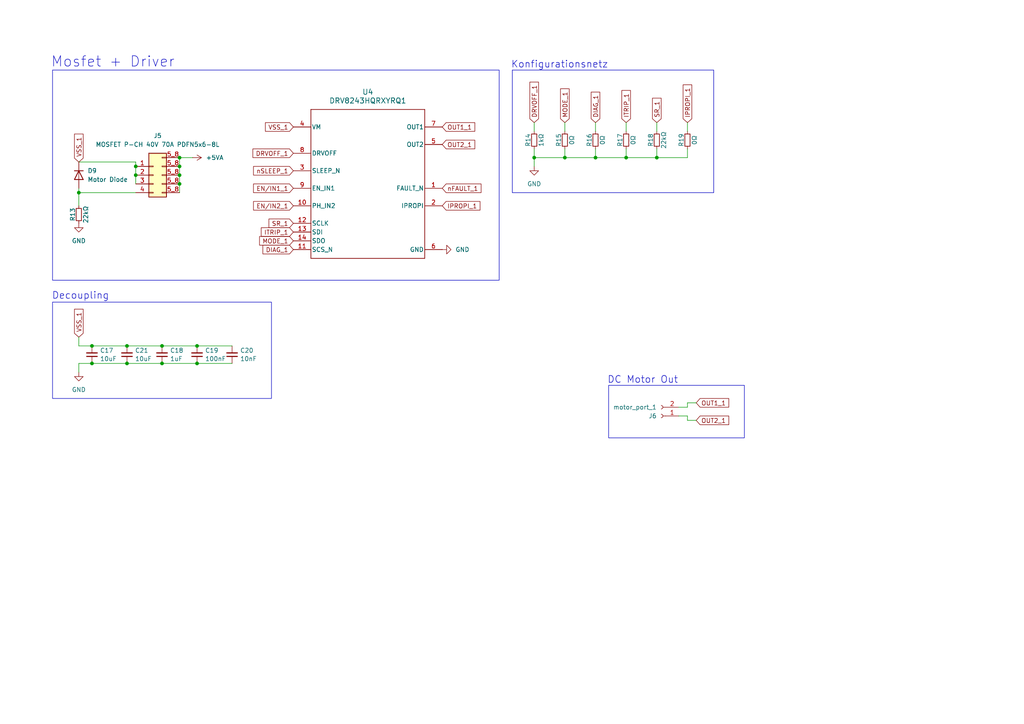
<source format=kicad_sch>
(kicad_sch (version 20250114) (generator "eeschema") (generator_version "9.0")
  (paper "A4")
  (lib_symbols
    (symbol "Connector:Conn_01x02_Socket" (pin_names (offset 1.016) (hide yes))
      (property "Reference" "J" (at 0 2.54 0))
      (property "Value" "Conn_01x02_Socket" (at 0 -5.08 0))
      (symbol "Conn_01x02_Socket_1_1"
        (polyline (pts (xy -1.27 0) (xy -0.508 0)) (stroke (width 0.1524)))
        (polyline (pts (xy -1.27 -2.54) (xy -0.508 -2.54)) (stroke (width 0.1524)))
        (arc (start 0 -0.508) (mid -0.5058 0) (end 0 0.508) (stroke (width 0.1524)))
        (arc (start 0 -3.048) (mid -0.5058 -2.54) (end 0 -2.032) (stroke (width 0.1524)))
        (pin passive line (at -5.08 0 0) (length 3.81) (name "Pin_1") (number "1"))
        (pin passive line (at -5.08 -2.54 0) (length 3.81) (name "Pin_2") (number "2"))
      )
    )
    (symbol "Connector_Generic:Conn_2Rows-09Pins" (pin_names (offset 1.016) (hide yes))
      (property "Reference" "J5" (at 1.27 -11.43 0))
      (property "Value" "MOSFET P-CH 40V 70A PDFN5x6-8L" (at 1.27 -8.89 0))
      (symbol "Conn_2Rows-09Pins_1_1"
        (rectangle (start -1.27 6.35) (end 3.81 -6.35) (stroke (width 0.254)) (fill (type background)))
        (rectangle (start -1.27 5.207) (end 0 4.953) (stroke (width 0.1524)))
        (rectangle (start -1.27 2.667) (end 0 2.413) (stroke (width 0.1524)))
        (rectangle (start -1.27 0.127) (end 0 -0.127) (stroke (width 0.1524)))
        (rectangle (start -1.27 -2.413) (end 0 -2.667) (stroke (width 0.1524)))
        (rectangle (start -1.27 -4.953) (end 0 -5.207) (stroke (width 0.1524)))
        (rectangle (start 3.81 5.207) (end 2.54 4.953) (stroke (width 0.1524)))
        (rectangle (start 3.81 2.667) (end 2.54 2.413) (stroke (width 0.1524)))
        (rectangle (start 3.81 0.127) (end 2.54 -0.127) (stroke (width 0.1524)))
        (rectangle (start 3.81 -2.413) (end 2.54 -2.667) (stroke (width 0.1524)))
        (pin passive line (at -5.08 5.08 0) (length 3.81) (name "Pin_5") (number "5_8"))
        (pin passive line (at -5.08 2.54 0) (length 3.81) (name "Pin_6") (number "5_8"))
        (pin passive line (at -5.08 0 0) (length 3.81) (name "Pin_7") (number "5_8"))
        (pin passive line (at -5.08 -2.54 0) (length 3.81) (name "Pin_8") (number "5_8"))
        (pin passive line (at -5.08 -5.08 0) (length 3.81) (name "Pin_9") (number "5_8"))
        (pin passive line (at 7.62 5.08 180) (length 3.81) (name "Pin_4") (number "4"))
        (pin passive line (at 7.62 2.54 180) (length 3.81) (name "Pin_3") (number "3"))
        (pin passive line (at 7.62 0 180) (length 3.81) (name "Pin_2") (number "2"))
        (pin passive line (at 7.62 -2.54 180) (length 3.81) (name "Pin_1") (number "1"))
      )
    )
    (symbol "DRV8243HQRXYRQ1:DRV8243HQRXYRQ1" (pin_names (offset 0.254))
      (property "Reference" "U" (at 0 2.54 0))
      (property "Value" "DRV8243HQRXYRQ1" (at 0 0 0))
      (symbol "DRV8243HQRXYRQ1_0_1"
        (polyline (pts (xy 5.08 5.08) (xy 5.08 -38.1)) (stroke (width 0.2032)))
        (polyline (pts (xy 5.08 -38.1) (xy 38.1 -38.1)) (stroke (width 0.2032)))
        (polyline (pts (xy 38.1 5.08) (xy 5.08 5.08)) (stroke (width 0.2032)))
        (polyline (pts (xy 38.1 -38.1) (xy 38.1 5.08)) (stroke (width 0.2032)))
        (pin power_in line (at 0 0 0) (length 5.08) (name "VM") (number "4"))
        (pin input line (at 0 -7.62 0) (length 5.08) (name "DRVOFF") (number "8"))
        (pin input line (at 0 -12.7 0) (length 5.08) (name "SLEEP_N") (number "3"))
        (pin input line (at 0 -17.78 0) (length 5.08) (name "EN_IN1") (number "9"))
        (pin input line (at 0 -22.86 0) (length 5.08) (name "PH_IN2") (number "10"))
        (pin input line (at 0 -27.94 0) (length 5.08) (name "SCLK") (number "12"))
        (pin input line (at 0 -30.48 0) (length 5.08) (name "SDI") (number "13"))
        (pin output line (at 0 -33.02 0) (length 5.08) (name "SDO") (number "14"))
        (pin input line (at 0 -35.56 0) (length 5.08) (name "SCS_N") (number "11"))
        (pin unspecified line (at 43.18 0 180) (length 5.08) (name "OUT1") (number "7"))
        (pin unspecified line (at 43.18 -5.08 180) (length 5.08) (name "OUT2") (number "5"))
        (pin open_collector line (at 43.18 -17.78 180) (length 5.08) (name "FAULT_N") (number "1"))
        (pin bidirectional line (at 43.18 -22.86 180) (length 5.08) (name "IPROPI") (number "2"))
        (pin power_in line (at 43.18 -35.56 180) (length 5.08) (name "GND") (number "6"))
      )
    )
    (symbol "Device:C_Small" (pin_numbers (hide yes)) (pin_names (offset 0.254) (hide yes))
      (property "Reference" "C" (at 0.254 1.778 0))
      (property "Value" "C_Small" (at 0.254 -2.032 0))
      (symbol "C_Small_0_1"
        (polyline (pts (xy -1.524 0.508) (xy 1.524 0.508)) (stroke (width 0.3048)))
        (polyline (pts (xy -1.524 -0.508) (xy 1.524 -0.508)) (stroke (width 0.3302)))
      )
      (symbol "C_Small_1_1"
        (pin passive line (at 0 2.54 270) (length 2.032) (name "~") (number "1"))
        (pin passive line (at 0 -2.54 90) (length 2.032) (name "~") (number "2"))
      )
    )
    (symbol "Device:R_Small" (pin_numbers (hide yes)) (pin_names (offset 0.254) (hide yes))
      (property "Reference" "R" (at 0.762 0.508 0))
      (property "Value" "R_Small" (at 0.762 -1.016 0))
      (symbol "R_Small_0_1"
        (rectangle (start -0.762 1.778) (end 0.762 -1.778) (stroke (width 0.2032)))
      )
      (symbol "R_Small_1_1"
        (pin passive line (at 0 2.54 270) (length 0.762) (name "~") (number "1"))
        (pin passive line (at 0 -2.54 90) (length 0.762) (name "~") (number "2"))
      )
    )
    (symbol "ScottoKeebs:Placeholder_Diode" (pin_numbers (hide yes)) (pin_names (hide yes))
      (property "Reference" "D" (at 0 2.54 0))
      (property "Value" "Diode" (at 0 -2.54 0))
      (symbol "Placeholder_Diode_0_1"
        (polyline (pts (xy -1.27 1.27) (xy -1.27 -1.27)) (stroke (width 0.254)))
        (polyline (pts (xy 1.27 1.27) (xy 1.27 -1.27) (xy -1.27 0) (xy 1.27 1.27)) (stroke (width 0.254)))
        (polyline (pts (xy 1.27 0) (xy -1.27 0)))
      )
      (symbol "Placeholder_Diode_1_1"
        (pin passive line (at -3.81 0 0) (length 2.54) (name "K") (number "1"))
        (pin passive line (at 3.81 0 180) (length 2.54) (name "A") (number "2"))
      )
    )
    (symbol "power:+5VA" (power) (pin_numbers (hide yes)) (pin_names (offset 0) (hide yes))
      (property "Value" "+5VA" (at 0 3.556 0))
      (symbol "+5VA_0_1"
        (polyline (pts (xy -0.762 1.27) (xy 0 2.54)))
        (polyline (pts (xy 0 2.54) (xy 0.762 1.27)))
        (polyline (pts (xy 0 0) (xy 0 2.54)))
      )
      (symbol "+5VA_1_1"
        (pin power_in line (at 0 0 90) (length 0) (name "~") (number "1"))
      )
    )
    (symbol "power:GND" (power) (pin_numbers (hide yes)) (pin_names (offset 0) (hide yes))
      (property "Value" "GND" (at 0 -3.81 0))
      (symbol "GND_0_1"
        (polyline (pts (xy 0 0) (xy 0 -1.27) (xy 1.27 -1.27) (xy 0 -2.54) (xy -1.27 -1.27) (xy 0 -1.27)))
      )
      (symbol "GND_1_1"
        (pin power_in line (at 0 0 270) (length 0) (name "~") (number "1"))
      )
    )
  )
  (rectangle (start 176.53 111.76) (end 215.9 127))
  (rectangle (start 15.24 20.32) (end 144.78 81.28))
  (rectangle (start 148.59 20.32) (end 207.01 55.88))
  (rectangle (start 15.24 87.63) (end 78.74 115.57))
  (text "Konfigurationsnetz" (at 162.306 18.796 0) (effects (font (size 2 2))))
  (text "Mosfet + Driver" (at 32.766 18.034 0) (effects (font (size 3 3))))
  (text "DC Motor Out" (at 186.436 110.236 0) (effects (font (size 2 2))))
  (text "Decoupling" (at 23.368 85.852 0) (effects (font (size 2 2))))
  (junction (at 52.07 53.34))
  (junction (at 46.99 105.41))
  (junction (at 22.86 55.88))
  (junction (at 154.94 45.72))
  (junction (at 39.37 50.8))
  (junction (at 57.15 105.41))
  (junction (at 172.72 45.72))
  (junction (at 52.07 50.8))
  (junction (at 190.5 45.72))
  (junction (at 46.99 100.33))
  (junction (at 36.83 100.33))
  (junction (at 52.07 48.26))
  (junction (at 36.83 105.41))
  (junction (at 57.15 100.33))
  (junction (at 52.07 45.72))
  (junction (at 181.61 45.72))
  (junction (at 26.67 100.33))
  (junction (at 26.67 105.41))
  (junction (at 163.83 45.72))
  (junction (at 39.37 48.26))
  (wire (pts (xy 190.5 35.56) (xy 190.5 38.1)))
  (wire (pts (xy 154.94 35.56) (xy 154.94 38.1)))
  (wire (pts (xy 199.39 116.84) (xy 199.39 118.11)))
  (wire (pts (xy 39.37 48.26) (xy 39.37 46.99)))
  (wire (pts (xy 201.93 116.84) (xy 199.39 116.84)))
  (wire (pts (xy 26.67 105.41) (xy 36.83 105.41)))
  (wire (pts (xy 172.72 45.72) (xy 172.72 43.18)))
  (wire (pts (xy 163.83 35.56) (xy 163.83 38.1)))
  (wire (pts (xy 199.39 45.72) (xy 199.39 43.18)))
  (wire (pts (xy 22.86 100.33) (xy 22.86 97.79)))
  (wire (pts (xy 52.07 48.26) (xy 52.07 50.8)))
  (wire (pts (xy 199.39 118.11) (xy 196.85 118.11)))
  (wire (pts (xy 181.61 35.56) (xy 181.61 38.1)))
  (wire (pts (xy 181.61 45.72) (xy 190.5 45.72)))
  (wire (pts (xy 57.15 105.41) (xy 67.31 105.41)))
  (wire (pts (xy 190.5 45.72) (xy 190.5 43.18)))
  (wire (pts (xy 26.67 100.33) (xy 22.86 100.33)))
  (wire (pts (xy 154.94 45.72) (xy 154.94 48.26)))
  (wire (pts (xy 172.72 45.72) (xy 181.61 45.72)))
  (wire (pts (xy 163.83 45.72) (xy 163.83 43.18)))
  (wire (pts (xy 57.15 100.33) (xy 67.31 100.33)))
  (wire (pts (xy 163.83 45.72) (xy 172.72 45.72)))
  (wire (pts (xy 201.93 121.92) (xy 199.39 121.92)))
  (wire (pts (xy 55.88 45.72) (xy 52.07 45.72)))
  (wire (pts (xy 39.37 55.88) (xy 22.86 55.88)))
  (wire (pts (xy 199.39 121.92) (xy 199.39 120.65)))
  (wire (pts (xy 22.86 46.99) (xy 39.37 46.99)))
  (wire (pts (xy 46.99 105.41) (xy 57.15 105.41)))
  (wire (pts (xy 39.37 50.8) (xy 39.37 53.34)))
  (wire (pts (xy 154.94 45.72) (xy 163.83 45.72)))
  (wire (pts (xy 46.99 100.33) (xy 57.15 100.33)))
  (wire (pts (xy 39.37 48.26) (xy 39.37 50.8)))
  (wire (pts (xy 22.86 55.88) (xy 22.86 59.69)))
  (wire (pts (xy 190.5 45.72) (xy 199.39 45.72)))
  (wire (pts (xy 36.83 100.33) (xy 46.99 100.33)))
  (wire (pts (xy 52.07 50.8) (xy 52.07 53.34)))
  (wire (pts (xy 199.39 120.65) (xy 196.85 120.65)))
  (wire (pts (xy 172.72 35.56) (xy 172.72 38.1)))
  (wire (pts (xy 22.86 55.88) (xy 22.86 54.61)))
  (wire (pts (xy 22.86 105.41) (xy 22.86 107.95)))
  (wire (pts (xy 52.07 53.34) (xy 52.07 55.88)))
  (wire (pts (xy 26.67 100.33) (xy 36.83 100.33)))
  (wire (pts (xy 181.61 45.72) (xy 181.61 43.18)))
  (wire (pts (xy 199.39 35.56) (xy 199.39 38.1)))
  (wire (pts (xy 52.07 45.72) (xy 52.07 48.26)))
  (wire (pts (xy 36.83 105.41) (xy 46.99 105.41)))
  (wire (pts (xy 26.67 105.41) (xy 22.86 105.41)))
  (wire (pts (xy 154.94 43.18) (xy 154.94 45.72)))
  (global_label "MODE_1" (shape input) (at 163.83 35.56 90) (property "Intersheetrefs" "${INTERSHEET_REFS}" (effects (hide yes))))
  (global_label "ITRIP_1" (shape input) (at 85.09 67.31 180) (property "Intersheetrefs" "${INTERSHEET_REFS}" (effects (hide yes))))
  (global_label "OUT1_1" (shape input) (at 128.27 36.83 0) (property "Intersheetrefs" "${INTERSHEET_REFS}" (effects (hide yes))))
  (global_label "IPROPI_1" (shape input) (at 128.27 59.69 0) (property "Intersheetrefs" "${INTERSHEET_REFS}" (effects (hide yes))))
  (global_label "SR_1" (shape input) (at 190.5 35.56 90) (property "Intersheetrefs" "${INTERSHEET_REFS}" (effects (hide yes))))
  (global_label "MODE_1" (shape input) (at 85.09 69.85 180) (property "Intersheetrefs" "${INTERSHEET_REFS}" (effects (hide yes))))
  (global_label "IPROPI_1" (shape input) (at 199.39 35.56 90) (property "Intersheetrefs" "${INTERSHEET_REFS}" (effects (hide yes))))
  (global_label "ITRIP_1" (shape input) (at 181.61 35.56 90) (property "Intersheetrefs" "${INTERSHEET_REFS}" (effects (hide yes))))
  (global_label "DRVOFF_1" (shape input) (at 85.09 44.45 180) (property "Intersheetrefs" "${INTERSHEET_REFS}" (effects (hide yes))))
  (global_label "nSLEEP_1" (shape input) (at 85.09 49.53 180) (property "Intersheetrefs" "${INTERSHEET_REFS}" (effects (hide yes))))
  (global_label "DRVOFF_1" (shape input) (at 154.94 35.56 90) (property "Intersheetrefs" "${INTERSHEET_REFS}" (effects (hide yes))))
  (global_label "OUT2_1" (shape input) (at 201.93 121.92 0) (property "Intersheetrefs" "${INTERSHEET_REFS}" (effects (hide yes))))
  (global_label "DIAG_1" (shape input) (at 172.72 35.56 90) (property "Intersheetrefs" "${INTERSHEET_REFS}" (effects (hide yes))))
  (global_label "EN{slash}IN2_1" (shape input) (at 85.09 59.69 180) (property "Intersheetrefs" "${INTERSHEET_REFS}" (effects (hide yes))))
  (global_label "OUT2_1" (shape input) (at 128.27 41.91 0) (property "Intersheetrefs" "${INTERSHEET_REFS}" (effects (hide yes))))
  (global_label "OUT1_1" (shape input) (at 201.93 116.84 0) (property "Intersheetrefs" "${INTERSHEET_REFS}" (effects (hide yes))))
  (global_label "VSS_1" (shape input) (at 85.09 36.83 180) (property "Intersheetrefs" "${INTERSHEET_REFS}" (effects (hide yes))))
  (global_label "nFAULT_1" (shape input) (at 128.27 54.61 0) (property "Intersheetrefs" "${INTERSHEET_REFS}" (effects (hide yes))))
  (global_label "VSS_1" (shape input) (at 22.86 46.99 90) (property "Intersheetrefs" "${INTERSHEET_REFS}" (effects (hide yes))))
  (global_label "EN{slash}IN1_1" (shape input) (at 85.09 54.61 180) (property "Intersheetrefs" "${INTERSHEET_REFS}" (effects (hide yes))))
  (global_label "SR_1" (shape input) (at 85.09 64.77 180) (property "Intersheetrefs" "${INTERSHEET_REFS}" (effects (hide yes))))
  (global_label "DIAG_1" (shape input) (at 85.09 72.39 180) (property "Intersheetrefs" "${INTERSHEET_REFS}" (effects (hide yes))))
  (global_label "VSS_1" (shape input) (at 22.86 97.79 90) (property "Intersheetrefs" "${INTERSHEET_REFS}" (effects (hide yes))))
  (symbol (lib_id "Device:R_Small") (at 181.61 40.64 0) (unit 1)
    (property "Reference" "R17" (at 179.832 40.64 90))
    (property "Value" "0Ω" (at 183.642 40.64 90))
    (property "Footprint" "Resistor_SMD:R_0805_2012Metric_Pad1.20x1.40mm_HandSolder" (effects (hide yes)))
    (property "dnp" "true" (effects (hide yes)))
  )
  (symbol (lib_id "Device:C_Small") (at 57.15 102.87 180) (unit 1)
    (property "Reference" "C19" (at 59.4741 101.6514 0) (effects (justify right)))
    (property "Value" "100nF" (at 59.4741 104.0757 0) (effects (justify right)))
    (property "Footprint" "Capacitor_SMD:C_0805_2012Metric_Pad1.18x1.45mm_HandSolder" (effects (hide yes)))
    (property "Description" "Unpolarized capacitor, small symbol" (effects (hide yes)))
    (property "LCSC" "C49678" (effects (hide yes)))
  )
  (symbol (lib_id "Device:C_Small") (at 46.99 102.87 180) (unit 1)
    (property "Reference" "C18" (at 49.3141 101.6514 0) (effects (justify right)))
    (property "Value" "1uF" (at 49.3141 104.0757 0) (effects (justify right)))
    (property "Footprint" "Capacitor_SMD:C_0805_2012Metric_Pad1.18x1.45mm_HandSolder" (effects (hide yes)))
    (property "Description" "Unpolarized capacitor, small symbol" (effects (hide yes)))
    (property "LCSC" "C28323" (effects (hide yes)))
  )
  (symbol (lib_id "Connector:Conn_01x02_Socket") (at 191.77 120.65 180) (unit 1)
    (property "Reference" "J6" (at 190.5 120.6501 0) (effects (justify left)))
    (property "Value" "motor_port_1" (at 190.5 118.1101 0) (effects (justify left)))
    (property "Footprint" "Connector_Wire:SolderWire-2sqmm_1x02_P7.8mm_D2mm_OD3.9mm" (effects (hide yes)))
    (property "Description" "Generic connector, single row, 01x02, script generated" (effects (hide yes)))
  )
  (symbol (lib_id "Device:C_Small") (at 26.67 102.87 180) (unit 1)
    (property "Reference" "C17" (at 28.9941 101.6514 0) (effects (justify right)))
    (property "Value" "10uF" (at 28.9941 104.0757 0) (effects (justify right)))
    (property "Footprint" "Capacitor_SMD:C_0805_2012Metric_Pad1.18x1.45mm_HandSolder" (effects (hide yes)))
    (property "Description" "Unpolarized capacitor, small symbol" (effects (hide yes)))
    (property "LCSC" "C15850" (effects (hide yes)))
  )
  (symbol (lib_id "power:GND") (at 22.86 107.95 0) (unit 1)
    (property "Reference" "#PWR050" (effects (hide yes)))
    (property "Value" "GND" (at 22.86 113.03 0))
    (property "Description" "Power symbol creates a global label with name \"GND\" , ground" (effects (hide yes)))
  )
  (symbol (lib_id "ScottoKeebs:Placeholder_Diode") (at 22.86 50.8 270) (unit 1)
    (property "Reference" "D9" (at 25.4 49.5299 90) (effects (justify left)))
    (property "Value" "Motor Diode" (at 25.4 52.0699 90) (effects (justify left)))
    (property "Footprint" "LL-34:LL-34" (effects (hide yes)))
    (property "Datasheet" "https://www.lcsc.com/datasheet/C2891753.pdf" (effects (hide yes)))
    (property "Description" "Independent 11.4V~12.7V 500mW 12V LL-34 Single Zener Diodes RoHS" (effects (hide yes)))
    (property "LCSC" "C2891753" (effects (hide yes)))
  )
  (symbol (lib_id "power:GND") (at 128.27 72.39 90) (unit 1)
    (property "Reference" "#PWR048" (effects (hide yes)))
    (property "Value" "GND" (at 132.08 72.3899 90) (effects (justify right)))
    (property "Description" "Power symbol creates a global label with name \"GND\" , ground" (effects (hide yes)))
  )
  (symbol (lib_id "Device:R_Small") (at 22.86 62.23 0) (unit 1)
    (property "Reference" "R13" (at 21.082 62.23 90))
    (property "Value" "22kΩ" (at 24.892 62.23 90))
    (property "Footprint" "Resistor_SMD:R_0805_2012Metric_Pad1.20x1.40mm_HandSolder" (effects (hide yes)))
    (property "Datasheet" "https://www.lcsc.com/datasheet/C2907243.pdf" (effects (hide yes)))
    (property "Description" "125mW 22kΩ 150V ±100ppm/℃ Thick Film Resistor ±1% 0805 Chip Resistor - Surface Mount RoHS" (effects (hide yes)))
    (property "LCSC" "C2907243" (effects (hide yes)))
  )
  (symbol (lib_id "power:GND") (at 22.86 64.77 0) (unit 1)
    (property "Reference" "#PWR047" (effects (hide yes)))
    (property "Value" "GND" (at 22.86 69.85 0))
    (property "Description" "Power symbol creates a global label with name \"GND\" , ground" (effects (hide yes)))
  )
  (symbol (lib_id "Device:R_Small") (at 172.72 40.64 0) (unit 1)
    (property "Reference" "R16" (at 170.942 40.64 90))
    (property "Value" "0Ω" (at 174.752 40.64 90))
    (property "Footprint" "Resistor_SMD:R_0805_2012Metric_Pad1.20x1.40mm_HandSolder" (effects (hide yes)))
    (property "dnp" "true" (effects (hide yes)))
  )
  (symbol (lib_id "Device:R_Small") (at 163.83 40.64 0) (unit 1)
    (property "Reference" "R15" (at 162.052 40.64 90))
    (property "Value" "0Ω" (at 165.862 40.64 90))
    (property "Footprint" "Resistor_SMD:R_0805_2012Metric_Pad1.20x1.40mm_HandSolder" (effects (hide yes)))
    (property "dnp" "true" (effects (hide yes)))
  )
  (symbol (lib_id "DRV8243HQRXYRQ1:DRV8243HQRXYRQ1") (at 85.09 36.83 0) (unit 1)
    (property "Reference" "U4" (at 106.68 26.67 0) (effects (font (size 1.524 1.524))))
    (property "Value" "DRV8243HQRXYRQ1" (at 106.68 29.21 0) (effects (font (size 1.524 1.524))))
    (property "Footprint" "DRV8243HQRXYRQ1:RXY0014A-MFG" (effects (hide yes)))
    (property "Datasheet" "https://www.ti.com/cn/lit/gpn/drv8243-q1" (effects (hide yes)))
    (property "Description" "4.5V~35V VQFN-HR-14(3x4.5) Motor Drivers, Controllers RoHS" (effects (hide yes)))
    (property "LCSC" "C3040833" (effects (hide yes)))
  )
  (symbol (lib_id "Device:R_Small") (at 154.94 40.64 0) (unit 1)
    (property "Reference" "R14" (at 153.162 40.64 90))
    (property "Value" "1kΩ" (at 156.972 40.64 90))
    (property "Footprint" "Resistor_SMD:R_0805_2012Metric_Pad1.20x1.40mm_HandSolder" (effects (hide yes)))
    (property "Datasheet" "https://www.lcsc.com/datasheet/C95781.pdf" (effects (hide yes)))
    (property "Description" "1kΩ 125mW 150V ±100ppm/℃ Thick Film Resistor ±1% 0805 Chip Resistor - Surface Mount RoHS" (effects (hide yes)))
    (property "LCSC" "C95781" (effects (hide yes)))
  )
  (symbol (lib_id "power:+5VA") (at 55.88 45.72 270) (unit 1)
    (property "Reference" "#PWR051" (effects (hide yes)))
    (property "Value" "+5VA" (at 59.69 45.7199 90) (effects (justify left)))
    (property "Description" "Power symbol creates a global label with name \"+5VA\"" (effects (hide yes)))
  )
  (symbol (lib_id "Device:C_Small") (at 67.31 102.87 180) (unit 1)
    (property "Reference" "C20" (at 69.6341 101.6514 0) (effects (justify right)))
    (property "Value" "10nF" (at 69.6341 104.0757 0) (effects (justify right)))
    (property "Footprint" "Capacitor_SMD:C_0805_2012Metric_Pad1.18x1.45mm_HandSolder" (effects (hide yes)))
    (property "Description" "Unpolarized capacitor, small symbol" (effects (hide yes)))
    (property "LCSC" "C1710" (effects (hide yes)))
  )
  (symbol (lib_id "power:GND") (at 154.94 48.26 0) (unit 1)
    (property "Reference" "#PWR053" (effects (hide yes)))
    (property "Value" "GND" (at 154.94 53.34 0))
    (property "Description" "Power symbol creates a global label with name \"GND\" , ground" (effects (hide yes)))
  )
  (symbol (lib_id "Connector_Generic:Conn_2Rows-09Pins") (at 46.99 50.8 180) (unit 1)
    (property "Reference" "J5" (at 45.72 39.37 0))
    (property "Value" "MOSFET P-CH 40V 70A PDFN5x6-8L" (at 45.72 41.91 0))
    (property "Footprint" "TSM120N06LCR RLG:TRANS_TSM018NB03CR_RLG" (effects (hide yes)))
    (property "Datasheet" "https://www.lcsc.com/datasheet/C5297498.pdf" (effects (hide yes)))
    (property "Description" "40V 70A 113W 1 P-Channel PDFN5x6-8L Single FETs, MOSFETs RoHS" (effects (hide yes)))
    (property "LCSC" "C5297498" (effects (hide yes)))
  )
  (symbol (lib_id "Device:R_Small") (at 190.5 40.64 0) (unit 1)
    (property "Reference" "R18" (at 188.722 40.64 90))
    (property "Value" "22kΩ" (at 192.532 40.64 90))
    (property "Footprint" "Resistor_SMD:R_0805_2012Metric_Pad1.20x1.40mm_HandSolder" (effects (hide yes)))
    (property "Datasheet" "https://www.lcsc.com/datasheet/C2907243.pdf" (effects (hide yes)))
    (property "Description" "125mW 22kΩ 150V ±100ppm/℃ Thick Film Resistor ±1% 0805 Chip Resistor - Surface Mount RoHS" (effects (hide yes)))
    (property "LCSC" "C2907243" (effects (hide yes)))
  )
  (symbol (lib_id "Device:C_Small") (at 36.83 102.87 180) (unit 1)
    (property "Reference" "C21" (at 39.1541 101.6514 0) (effects (justify right)))
    (property "Value" "10uF" (at 39.1541 104.0757 0) (effects (justify right)))
    (property "Footprint" "Capacitor_SMD:C_0805_2012Metric_Pad1.18x1.45mm_HandSolder" (effects (hide yes)))
    (property "Description" "Unpolarized capacitor, small symbol" (effects (hide yes)))
    (property "LCSC" "C15850" (effects (hide yes)))
  )
  (symbol (lib_id "Device:R_Small") (at 199.39 40.64 0) (unit 1)
    (property "Reference" "R19" (at 197.612 40.64 90))
    (property "Value" "0Ω" (at 201.422 40.64 90))
    (property "Footprint" "Resistor_SMD:R_0805_2012Metric_Pad1.20x1.40mm_HandSolder" (effects (hide yes)))
    (property "dnp" "true" (effects (hide yes)))
  )
)
</source>
